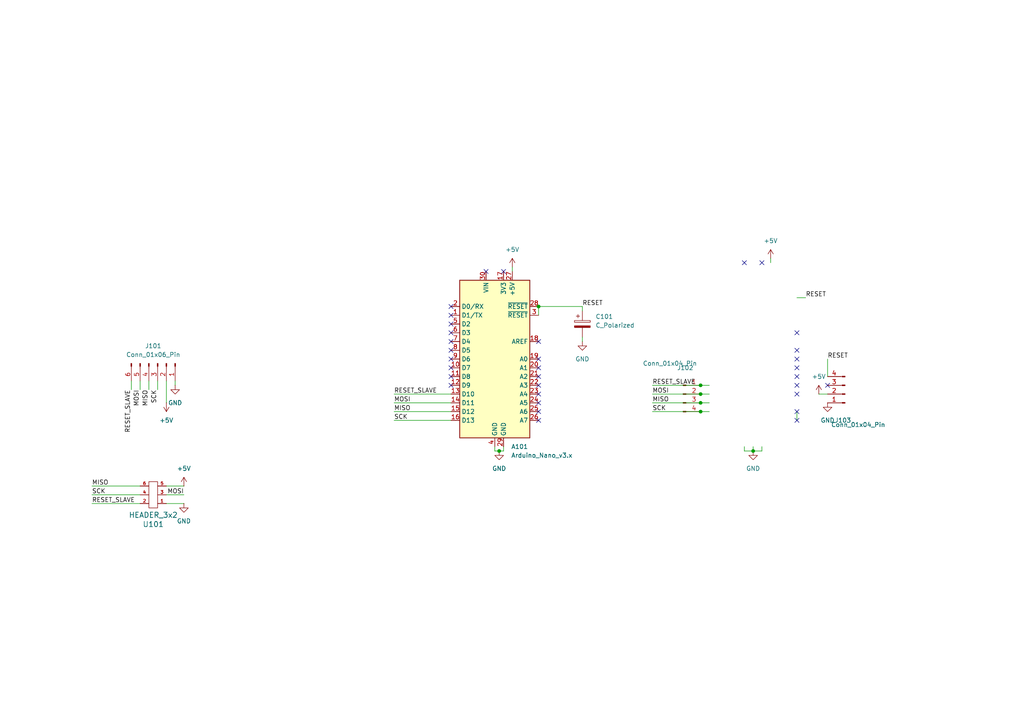
<source format=kicad_sch>
(kicad_sch (version 20231120) (generator "eeschema") (generator_version "8.0")
  (paper "A4")
  (lib_symbols
    (symbol "Connector:Conn_01x04_Pin" (pin_names (offset 1.016) hide)
      (property "Reference" "J" (at 0 5.08 0))
      (property "Value" "Conn_01x04_Pin" (at 0 -7.62 0))
      (symbol "Conn_01x04_Pin_1_1"
        (polyline (pts (xy 1.27 -5.08) (xy 0.8636 -5.08)) (stroke (width 0.1524)))
        (polyline (pts (xy 1.27 -2.54) (xy 0.8636 -2.54)) (stroke (width 0.1524)))
        (polyline (pts (xy 1.27 0) (xy 0.8636 0)) (stroke (width 0.1524)))
        (polyline (pts (xy 1.27 2.54) (xy 0.8636 2.54)) (stroke (width 0.1524)))
        (rectangle (start 0.8636 -4.953) (end 0 -5.207) (stroke (width 0.1524)) (fill (type outline)))
        (rectangle (start 0.8636 -2.413) (end 0 -2.667) (stroke (width 0.1524)) (fill (type outline)))
        (rectangle (start 0.8636 0.127) (end 0 -0.127) (stroke (width 0.1524)) (fill (type outline)))
        (rectangle (start 0.8636 2.667) (end 0 2.413) (stroke (width 0.1524)) (fill (type outline)))
        (pin passive line (at 5.08 2.54 180) (length 3.81) (name "Pin_1") (number "1"))
        (pin passive line (at 5.08 0 180) (length 3.81) (name "Pin_2") (number "2"))
        (pin passive line (at 5.08 -2.54 180) (length 3.81) (name "Pin_3") (number "3"))
        (pin passive line (at 5.08 -5.08 180) (length 3.81) (name "Pin_4") (number "4"))
      )
    )
    (symbol "Connector:Conn_01x06_Pin" (pin_names (offset 1.016) hide)
      (property "Reference" "J" (at 0 7.62 0))
      (property "Value" "Conn_01x06_Pin" (at 0 -10.16 0))
      (symbol "Conn_01x06_Pin_1_1"
        (polyline (pts (xy 1.27 -7.62) (xy 0.8636 -7.62)) (stroke (width 0.1524)))
        (polyline (pts (xy 1.27 -5.08) (xy 0.8636 -5.08)) (stroke (width 0.1524)))
        (polyline (pts (xy 1.27 -2.54) (xy 0.8636 -2.54)) (stroke (width 0.1524)))
        (polyline (pts (xy 1.27 0) (xy 0.8636 0)) (stroke (width 0.1524)))
        (polyline (pts (xy 1.27 2.54) (xy 0.8636 2.54)) (stroke (width 0.1524)))
        (polyline (pts (xy 1.27 5.08) (xy 0.8636 5.08)) (stroke (width 0.1524)))
        (rectangle (start 0.8636 -7.493) (end 0 -7.747) (stroke (width 0.1524)) (fill (type outline)))
        (rectangle (start 0.8636 -4.953) (end 0 -5.207) (stroke (width 0.1524)) (fill (type outline)))
        (rectangle (start 0.8636 -2.413) (end 0 -2.667) (stroke (width 0.1524)) (fill (type outline)))
        (rectangle (start 0.8636 0.127) (end 0 -0.127) (stroke (width 0.1524)) (fill (type outline)))
        (rectangle (start 0.8636 2.667) (end 0 2.413) (stroke (width 0.1524)) (fill (type outline)))
        (rectangle (start 0.8636 5.207) (end 0 4.953) (stroke (width 0.1524)) (fill (type outline)))
        (pin passive line (at 5.08 5.08 180) (length 3.81) (name "Pin_1") (number "1"))
        (pin passive line (at 5.08 2.54 180) (length 3.81) (name "Pin_2") (number "2"))
        (pin passive line (at 5.08 0 180) (length 3.81) (name "Pin_3") (number "3"))
        (pin passive line (at 5.08 -2.54 180) (length 3.81) (name "Pin_4") (number "4"))
        (pin passive line (at 5.08 -5.08 180) (length 3.81) (name "Pin_5") (number "5"))
        (pin passive line (at 5.08 -7.62 180) (length 3.81) (name "Pin_6") (number "6"))
      )
    )
    (symbol "Device:C_Polarized" (pin_numbers hide) (pin_names (offset 0.254))
      (property "Reference" "C" (at 0.635 2.54 0))
      (property "Value" "C_Polarized" (at 0.635 -2.54 0))
      (symbol "C_Polarized_0_1"
        (rectangle (start -2.286 0.508) (end 2.286 1.016))
        (polyline (pts (xy -1.778 2.286) (xy -0.762 2.286)))
        (polyline (pts (xy -1.27 2.794) (xy -1.27 1.778)))
        (rectangle (start 2.286 -0.508) (end -2.286 -1.016) (fill (type outline)))
      )
      (symbol "C_Polarized_1_1"
        (pin passive line (at 0 3.81 270) (length 2.794) (name "~") (number "1"))
        (pin passive line (at 0 -3.81 90) (length 2.794) (name "~") (number "2"))
      )
    )
    (symbol "MCU_Module:Arduino_Nano_v3.x"
      (property "Reference" "A" (at -10.16 23.495 0))
      (property "Value" "Arduino_Nano_v3.x" (at 5.08 -24.13 0))
      (symbol "Arduino_Nano_v3.x_0_1"
        (rectangle (start -10.16 22.86) (end 10.16 -22.86) (stroke (width 0.254)) (fill (type background)))
      )
      (symbol "Arduino_Nano_v3.x_1_1"
        (pin bidirectional line (at -12.7 12.7 0) (length 2.54) (name "D1/TX") (number "1"))
        (pin bidirectional line (at -12.7 -2.54 0) (length 2.54) (name "D7") (number "10"))
        (pin bidirectional line (at -12.7 -5.08 0) (length 2.54) (name "D8") (number "11"))
        (pin bidirectional line (at -12.7 -7.62 0) (length 2.54) (name "D9") (number "12"))
        (pin bidirectional line (at -12.7 -10.16 0) (length 2.54) (name "D10") (number "13"))
        (pin bidirectional line (at -12.7 -12.7 0) (length 2.54) (name "D11") (number "14"))
        (pin bidirectional line (at -12.7 -15.24 0) (length 2.54) (name "D12") (number "15"))
        (pin bidirectional line (at -12.7 -17.78 0) (length 2.54) (name "D13") (number "16"))
        (pin power_out line (at 2.54 25.4 270) (length 2.54) (name "3V3") (number "17"))
        (pin input line (at 12.7 5.08 180) (length 2.54) (name "AREF") (number "18"))
        (pin bidirectional line (at 12.7 0 180) (length 2.54) (name "A0") (number "19"))
        (pin bidirectional line (at -12.7 15.24 0) (length 2.54) (name "D0/RX") (number "2"))
        (pin bidirectional line (at 12.7 -2.54 180) (length 2.54) (name "A1") (number "20"))
        (pin bidirectional line (at 12.7 -5.08 180) (length 2.54) (name "A2") (number "21"))
        (pin bidirectional line (at 12.7 -7.62 180) (length 2.54) (name "A3") (number "22"))
        (pin bidirectional line (at 12.7 -10.16 180) (length 2.54) (name "A4") (number "23"))
        (pin bidirectional line (at 12.7 -12.7 180) (length 2.54) (name "A5") (number "24"))
        (pin bidirectional line (at 12.7 -15.24 180) (length 2.54) (name "A6") (number "25"))
        (pin bidirectional line (at 12.7 -17.78 180) (length 2.54) (name "A7") (number "26"))
        (pin power_out line (at 5.08 25.4 270) (length 2.54) (name "+5V") (number "27"))
        (pin input line (at 12.7 15.24 180) (length 2.54) (name "~{RESET}") (number "28"))
        (pin power_in line (at 2.54 -25.4 90) (length 2.54) (name "GND") (number "29"))
        (pin input line (at 12.7 12.7 180) (length 2.54) (name "~{RESET}") (number "3"))
        (pin power_in line (at -2.54 25.4 270) (length 2.54) (name "VIN") (number "30"))
        (pin power_in line (at 0 -25.4 90) (length 2.54) (name "GND") (number "4"))
        (pin bidirectional line (at -12.7 10.16 0) (length 2.54) (name "D2") (number "5"))
        (pin bidirectional line (at -12.7 7.62 0) (length 2.54) (name "D3") (number "6"))
        (pin bidirectional line (at -12.7 5.08 0) (length 2.54) (name "D4") (number "7"))
        (pin bidirectional line (at -12.7 2.54 0) (length 2.54) (name "D5") (number "8"))
        (pin bidirectional line (at -12.7 0 0) (length 2.54) (name "D6") (number "9"))
      )
    )
    (symbol "power:+5V" (power) (pin_numbers hide) (pin_names (offset 0) hide)
      (property "Value" "+5V" (at 0 3.556 0))
      (symbol "+5V_0_1"
        (polyline (pts (xy -0.762 1.27) (xy 0 2.54)))
        (polyline (pts (xy 0 0) (xy 0 2.54)))
        (polyline (pts (xy 0 2.54) (xy 0.762 1.27)))
      )
      (symbol "+5V_1_1"
        (pin power_in line (at 0 0 90) (length 0) (name "~") (number "1"))
      )
    )
    (symbol "power:GND" (power) (pin_numbers hide) (pin_names (offset 0) hide)
      (property "Value" "GND" (at 0 -3.81 0))
      (symbol "GND_0_1"
        (polyline (pts (xy 0 0) (xy 0 -1.27) (xy 1.27 -1.27) (xy 0 -2.54) (xy -1.27 -1.27) (xy 0 -1.27)))
      )
      (symbol "GND_1_1"
        (pin power_in line (at 0 0 270) (length 0) (name "~") (number "1"))
      )
    )
    (symbol "servoDriverSMD-rescue:HEADER_3x2-w_connectors" (pin_names (offset 0))
      (property "Reference" "J" (at 0 5.08 0))
      (property "Value" "HEADER_3x2-w_connectors" (at 0 -5.08 0))
      (symbol "HEADER_3x2-w_connectors_0_1"
        (rectangle (start 1.27 3.81) (end -1.27 -3.81))
      )
      (symbol "HEADER_3x2-w_connectors_1_1"
        (pin passive line (at -3.81 2.54 0) (length 2.54) (name "~") (number "1"))
        (pin passive line (at 3.81 2.54 180) (length 2.54) (name "~") (number "2"))
        (pin passive line (at -3.81 0 0) (length 2.54) (name "~") (number "3"))
        (pin passive line (at 3.81 0 180) (length 2.54) (name "~") (number "4"))
        (pin passive line (at -3.81 -2.54 0) (length 2.54) (name "~") (number "5"))
        (pin passive line (at 3.81 -2.54 180) (length 2.54) (name "~") (number "6"))
      )
    )
  )
  (junction (at 203.2 111.76))
  (junction (at 203.2 114.3))
  (junction (at 218.44 130.81))
  (junction (at 203.2 119.38))
  (junction (at 144.78 130.81))
  (junction (at 156.21 88.9))
  (junction (at 203.2 116.84))
  (no_connect (at 130.81 96.52))
  (no_connect (at 156.21 106.68))
  (no_connect (at 231.14 109.22))
  (no_connect (at 156.21 114.3))
  (no_connect (at 130.81 91.44))
  (no_connect (at 156.21 104.14))
  (no_connect (at 231.14 121.92))
  (no_connect (at 156.21 121.92))
  (no_connect (at 130.81 99.06))
  (no_connect (at 231.14 114.3))
  (no_connect (at 130.81 93.98))
  (no_connect (at 231.14 96.52))
  (no_connect (at 231.14 101.6))
  (no_connect (at 130.81 88.9))
  (no_connect (at 240.03 111.76))
  (no_connect (at 146.05 78.74))
  (no_connect (at 231.14 106.68))
  (no_connect (at 130.81 104.14))
  (no_connect (at 130.81 111.76))
  (no_connect (at 231.14 119.38))
  (no_connect (at 231.14 104.14))
  (no_connect (at 130.81 101.6))
  (no_connect (at 231.14 111.76))
  (no_connect (at 140.97 78.74))
  (no_connect (at 156.21 109.22))
  (no_connect (at 156.21 119.38))
  (no_connect (at 215.9 76.2))
  (no_connect (at 156.21 111.76))
  (no_connect (at 156.21 116.84))
  (no_connect (at 130.81 106.68))
  (no_connect (at 130.81 109.22))
  (no_connect (at 156.21 99.06))
  (no_connect (at 220.98 76.2))
  (wire (pts (xy 240.03 104.14) (xy 240.03 109.22)))
  (wire (pts (xy 48.26 140.97) (xy 53.34 140.97)))
  (wire (pts (xy 48.26 143.51) (xy 53.34 143.51)))
  (wire (pts (xy 40.64 143.51) (xy 26.67 143.51)))
  (wire (pts (xy 205.74 119.38) (xy 203.2 119.38)))
  (wire (pts (xy 218.44 130.81) (xy 215.9 130.81)))
  (wire (pts (xy 143.51 130.81) (xy 143.51 129.54)))
  (wire (pts (xy 130.81 114.3) (xy 114.3 114.3)))
  (wire (pts (xy 26.67 146.05) (xy 40.64 146.05)))
  (wire (pts (xy 205.74 116.84) (xy 203.2 116.84)))
  (wire (pts (xy 231.14 121.92) (xy 231.14 119.38)))
  (wire (pts (xy 203.2 114.3) (xy 189.23 114.3)))
  (wire (pts (xy 231.14 86.36) (xy 233.68 86.36)))
  (wire (pts (xy 223.52 74.93) (xy 223.52 76.2)))
  (wire (pts (xy 218.44 130.81) (xy 218.44 129.54)))
  (wire (pts (xy 45.72 110.49) (xy 45.72 113.03)))
  (wire (pts (xy 168.91 88.9) (xy 168.91 90.17)))
  (wire (pts (xy 50.8 110.49) (xy 50.8 111.76)))
  (wire (pts (xy 218.44 130.81) (xy 220.98 130.81)))
  (wire (pts (xy 148.59 77.47) (xy 148.59 78.74)))
  (wire (pts (xy 26.67 140.97) (xy 40.64 140.97)))
  (wire (pts (xy 144.78 130.81) (xy 146.05 130.81)))
  (wire (pts (xy 203.2 116.84) (xy 189.23 116.84)))
  (wire (pts (xy 205.74 114.3) (xy 203.2 114.3)))
  (wire (pts (xy 40.64 110.49) (xy 40.64 113.03)))
  (wire (pts (xy 237.49 114.3) (xy 240.03 114.3)))
  (wire (pts (xy 203.2 111.76) (xy 189.23 111.76)))
  (wire (pts (xy 146.05 130.81) (xy 146.05 129.54)))
  (wire (pts (xy 203.2 119.38) (xy 189.23 119.38)))
  (wire (pts (xy 205.74 111.76) (xy 203.2 111.76)))
  (wire (pts (xy 215.9 130.81) (xy 215.9 129.54)))
  (wire (pts (xy 43.18 110.49) (xy 43.18 113.03)))
  (wire (pts (xy 38.1 110.49) (xy 38.1 113.03)))
  (wire (pts (xy 156.21 88.9) (xy 156.21 91.44)))
  (wire (pts (xy 130.81 121.92) (xy 114.3 121.92)))
  (wire (pts (xy 144.78 130.81) (xy 143.51 130.81)))
  (wire (pts (xy 156.21 88.9) (xy 168.91 88.9)))
  (wire (pts (xy 168.91 97.79) (xy 168.91 99.06)))
  (wire (pts (xy 48.26 146.05) (xy 53.34 146.05)))
  (wire (pts (xy 220.98 130.81) (xy 220.98 129.54)))
  (wire (pts (xy 130.81 116.84) (xy 114.3 116.84)))
  (wire (pts (xy 130.81 119.38) (xy 114.3 119.38)))
  (wire (pts (xy 48.26 110.49) (xy 48.26 116.84)))
  (label "MOSI" (at 53.34 143.51 180))
  (label "RESET_SLAVE" (at 26.67 146.05 0))
  (label "RESET" (at 240.03 104.14 0))
  (label "MISO" (at 114.3 119.38 0))
  (label "MISO" (at 43.18 113.03 270))
  (label "MOSI" (at 189.23 114.3 0))
  (label "RESET" (at 233.68 86.36 0))
  (label "SCK" (at 26.67 143.51 0))
  (label "RESET" (at 168.91 88.9 0))
  (label "MISO" (at 189.23 116.84 0))
  (label "MOSI" (at 40.64 113.03 270))
  (label "MOSI" (at 114.3 116.84 0))
  (label "SCK" (at 45.72 113.03 270))
  (label "RESET_SLAVE" (at 38.1 113.03 270))
  (label "RESET_SLAVE" (at 189.23 111.76 0))
  (label "SCK" (at 114.3 121.92 0))
  (label "SCK" (at 189.23 119.38 0))
  (label "RESET_SLAVE" (at 114.3 114.3 0))
  (label "MISO" (at 26.67 140.97 0))
  (symbol (lib_id "Connector:Conn_01x04_Pin") (at 245.11 114.3 180) (unit 1)
    (property "Reference" "J103" (at 244.475 121.92 0))
    (property "Value" "Conn_01x04_Pin" (at 248.92 123.19 0))
    (property "Footprint" "Connector_PinHeader_2.54mm:PinHeader_1x04_P2.54mm_Vertical" (effects (hide yes)))
    (property "Description" "Generic connector, single row, 01x04, script generated" (effects (hide yes)))
  )
  (symbol (lib_id "power:+5V") (at 53.34 140.97 0) (unit 1)
    (property "Reference" "#PWR02" (effects (hide yes)))
    (property "Value" "+5V" (at 53.34 135.89 0))
    (property "Description" "Power symbol creates a global label with name \"+5V\"" (effects (hide yes)))
  )
  (symbol (lib_id "MCU_Module:Arduino_Nano_v3.x") (at 143.51 104.14 0) (unit 1)
    (property "Reference" "A101" (at 148.2441 129.54 0) (effects (justify left)))
    (property "Value" "Arduino_Nano_v3.x" (at 148.2441 132.08 0) (effects (justify left)))
    (property "Footprint" "Module:Arduino_Nano" (effects (hide yes)))
    (property "Datasheet" "http://www.mouser.com/pdfdocs/Gravitech_Arduino_Nano3_0.pdf" (effects (hide yes)))
    (property "Description" "Arduino Nano v3.x" (effects (hide yes)))
  )
  (symbol (lib_id "Connector:Conn_01x06_Pin") (at 45.72 105.41 270) (unit 1)
    (property "Reference" "J101" (at 44.45 100.33 90))
    (property "Value" "Conn_01x06_Pin" (at 44.45 102.87 90))
    (property "Footprint" "Connector_PinHeader_2.54mm:PinHeader_1x06_P2.54mm_Vertical" (effects (hide yes)))
    (property "Description" "Generic connector, single row, 01x06, script generated" (effects (hide yes)))
  )
  (symbol (lib_id "power:+5V") (at 237.49 114.3 0) (unit 1)
    (property "Reference" "#PWR0109" (effects (hide yes)))
    (property "Value" "+5V" (at 237.49 109.22 0))
    (property "Description" "Power symbol creates a global label with name \"+5V\"" (effects (hide yes)))
  )
  (symbol (lib_id "power:+5V") (at 223.52 74.93 0) (unit 1)
    (property "Reference" "#PWR0101" (effects (hide yes)))
    (property "Value" "+5V" (at 223.52 69.85 0))
    (property "Description" "Power symbol creates a global label with name \"+5V\"" (effects (hide yes)))
  )
  (symbol (lib_id "Connector:Conn_01x04_Pin") (at 198.12 114.3 0) (unit 1)
    (property "Reference" "J102" (at 198.755 106.68 0))
    (property "Value" "Conn_01x04_Pin" (at 194.31 105.41 0))
    (property "Footprint" "Connector_PinHeader_2.54mm:PinHeader_1x04_P2.54mm_Vertical" (effects (hide yes)))
    (property "Description" "Generic connector, single row, 01x04, script generated" (effects (hide yes)))
  )
  (symbol (lib_id "power:GND") (at 50.8 111.76 0) (unit 1)
    (property "Reference" "#PWR0106" (effects (hide yes)))
    (property "Value" "GND" (at 50.8 116.84 0))
    (property "Description" "Power symbol creates a global label with name \"GND\" , ground" (effects (hide yes)))
  )
  (symbol (lib_id "Device:C_Polarized") (at 168.91 93.98 0) (unit 1)
    (property "Reference" "C101" (at 172.72 91.8209 0) (effects (justify left)))
    (property "Value" "C_Polarized" (at 172.72 94.3609 0) (effects (justify left)))
    (property "Footprint" "Capacitor_THT:CP_Radial_D6.3mm_P2.50mm" (effects (hide yes)))
    (property "Description" "Polarized capacitor" (effects (hide yes)))
  )
  (symbol (lib_id "power:GND") (at 168.91 99.06 0) (unit 1)
    (property "Reference" "#PWR0103" (effects (hide yes)))
    (property "Value" "GND" (at 168.91 104.14 0))
    (property "Description" "Power symbol creates a global label with name \"GND\" , ground" (effects (hide yes)))
  )
  (symbol (lib_id "power:GND") (at 218.44 130.81 0) (unit 1)
    (property "Reference" "#PWR0105" (effects (hide yes)))
    (property "Value" "GND" (at 218.44 135.89 0))
    (property "Description" "Power symbol creates a global label with name \"GND\" , ground" (effects (hide yes)))
  )
  (symbol (lib_id "power:GND") (at 53.34 146.05 0) (unit 1)
    (property "Reference" "#PWR03" (effects (hide yes)))
    (property "Value" "GND" (at 53.34 151.13 0))
    (property "Description" "Power symbol creates a global label with name \"GND\" , ground" (effects (hide yes)))
  )
  (symbol (lib_id "power:+5V") (at 148.59 77.47 0) (unit 1)
    (property "Reference" "#PWR0104" (effects (hide yes)))
    (property "Value" "+5V" (at 148.59 72.39 0))
    (property "Description" "Power symbol creates a global label with name \"+5V\"" (effects (hide yes)))
  )
  (symbol (lib_id "servoDriverSMD-rescue:HEADER_3x2-w_connectors") (at 44.45 143.51 180) (unit 1)
    (property "Reference" "U101" (at 44.45 152.0698 0) (effects (font (size 1.524 1.524))))
    (property "Value" "HEADER_3x2" (at 44.45 149.3774 0) (effects (font (size 1.524 1.524))))
    (property "Footprint" "Connector_PinSocket_1.27mm:PinSocket_2x03_P1.27mm_Vertical" (effects (hide yes)))
  )
  (symbol (lib_id "power:GND") (at 144.78 130.81 0) (unit 1)
    (property "Reference" "#PWR0102" (effects (hide yes)))
    (property "Value" "GND" (at 144.78 135.89 0))
    (property "Description" "Power symbol creates a global label with name \"GND\" , ground" (effects (hide yes)))
  )
  (symbol (lib_id "power:+5V") (at 48.26 116.84 180) (unit 1)
    (property "Reference" "#PWR0107" (effects (hide yes)))
    (property "Value" "+5V" (at 48.26 121.92 0))
    (property "Description" "Power symbol creates a global label with name \"+5V\"" (effects (hide yes)))
  )
  (symbol (lib_id "power:GND") (at 240.03 116.84 0) (unit 1)
    (property "Reference" "#PWR0108" (effects (hide yes)))
    (property "Value" "GND" (at 240.03 121.92 0))
    (property "Description" "Power symbol creates a global label with name \"GND\" , ground" (effects (hide yes)))
  )
)
</source>
